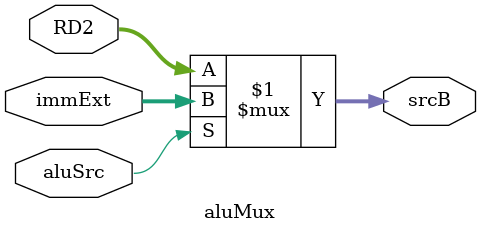
<source format=sv>
`timescale 1ns / 1ps


module aluMux(
input logic [31:0] RD2, immExt,
input logic aluSrc,
output logic [31:0] srcB
    );
 
assign srcB = (aluSrc)? immExt:RD2;
 
endmodule

</source>
